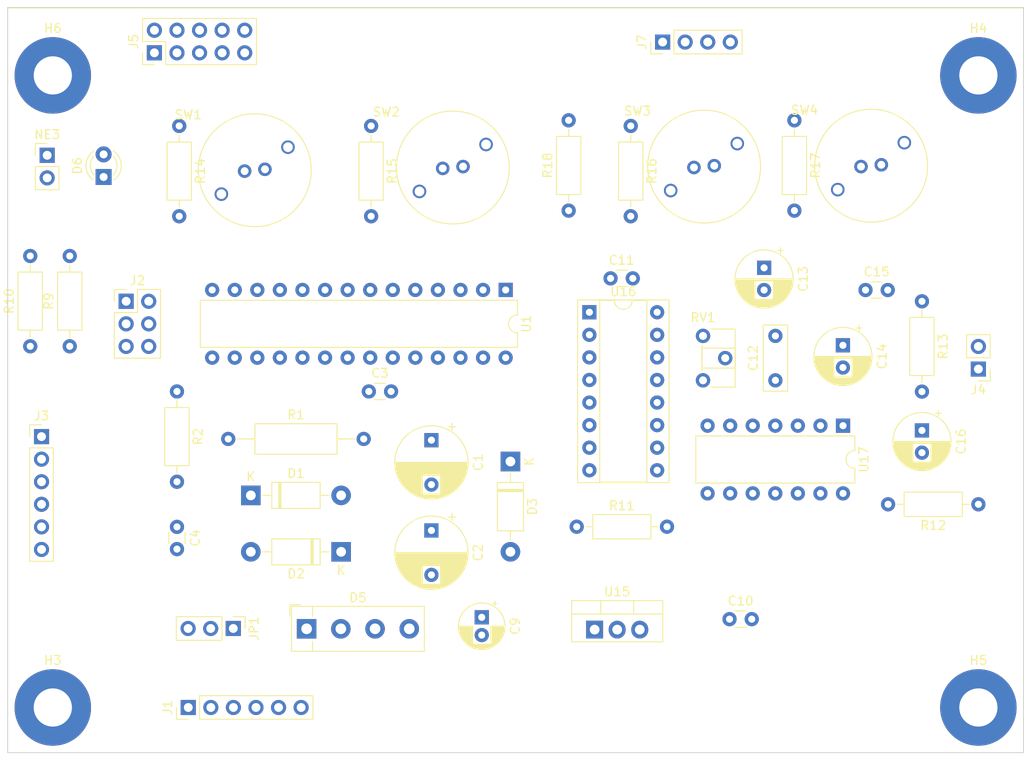
<source format=kicad_pcb>
(kicad_pcb (version 20211014) (generator pcbnew)
  (layers (0 "F.Cu" signal) (31 "B.Cu" signal) (34 "B.Paste" user) (35 "F.Paste" user) (36 "B.SilkS" user "B.Silkscreen") (37 "F.SilkS" user "F.Silkscreen") (38 "B.Mask" user) (39 "F.Mask" user) (44 "Edge.Cuts" user))
  (net 0 "")
  (net 1 "/180V")
  (net 2 "/ISO-ACN")
  (net 3 "GND")
  (net 4 "VCC")
  (net 5 "/nRST")
  (net 6 "+12V")
  (net 7 "Net-(C12-Pad1)")
  (net 8 "Net-(C12-Pad2)")
  (net 9 "Net-(C13-Pad1)")
  (net 10 "Net-(C15-Pad2)")
  (net 11 "Net-(C16-Pad1)")
  (net 12 "Net-(C16-Pad2)")
  (net 13 "Net-(D1-Pad2)")
  (net 14 "Net-(D5-Pad2)")
  (net 15 "/12V-A")
  (net 16 "Net-(D6-Pad1)")
  (net 17 "/ISO-ACL")
  (net 18 "/12V-CT")
  (net 19 "/12V-B")
  (net 20 "/MISO")
  (net 21 "/SCK")
  (net 22 "/MOSI")
  (net 25 "/TXD")
  (net 26 "/RXD")
  (net 28 "Net-(NE3-Pad2)")
  (net 29 "/PSG_RDY")
  (net 30 "/SW1")
  (net 31 "/SW2")
  (net 32 "/SW3")
  (net 33 "/SW4")
  (net 34 "/SW_A")
  (net 35 "Net-(RV1-Pad1)")
  (net 36 "/PSG_nWE")
  (net 37 "/D0")
  (net 38 "/D1")
  (net 40 "/PSG_CLK")
  (net 42 "/D2")
  (net 43 "/D3")
  (net 44 "/D4")
  (net 45 "/D5")
  (net 46 "/D6")
  (net 47 "/D7")
  (net 50 "Net-(U1-Pad14)")
  (net 51 "Net-(U1-Pad15)")
  (net 52 "Net-(U1-Pad16)")
  (net 53 "Net-(U1-Pad5)")
  (footprint "Capacitor_THT:C_Disc_D3.0mm_W1.6mm_P2.50mm" (layer "F.Cu") (at 130.81 134.64)
    (fp_text reference "C15" (at 1.25 -2.05) (layer "F.SilkS"))
    (fp_text value "0.1uF")
    (pad "1" thru_hole circle (at 0 0) (size 1.6 1.6) (drill 0.8) (layers *.Cu *.Mask) (net 3 "GND"))
    (pad "2" thru_hole circle (at 2.5 0) (size 1.6 1.6) (drill 0.8) (layers *.Cu *.Mask) (net 10 "Net-(C15-Pad2)"))
  )
  (footprint "MountingHole:MountingHole_4.3mm_M4_Pad" (layer "F.Cu") (at 39.37 110.49)
    (fp_text reference "H6" (at 0 -5.3) (layer "F.SilkS"))
    (fp_text value "MountingHole")
    (pad "1" thru_hole circle (at 0 0) (size 8.6 8.6) (drill 4.3) (layers *.Cu *.Mask))
  )
  (footprint "Diode_THT:D_DO-41_SOD81_P10.16mm_Horizontal" (layer "F.Cu") (at 71.809 164.095 180)
    (fp_text reference "D2" (at 5.08 -2.47) (layer "F.SilkS"))
    (fp_text value "1N4007")
    (fp_text user "K" (at 0 -2.1) (layer "F.SilkS"))
    (pad "1" thru_hole rect (at 0 0 180) (size 2.2 2.2) (drill 1.1) (layers *.Cu *.Mask) (net 13 "Net-(D1-Pad2)"))
    (pad "2" thru_hole oval (at 10.16 0 180) (size 2.2 2.2) (drill 1.1) (layers *.Cu *.Mask) (net 3 "GND"))
  )
  (footprint "Capacitor_THT:CP_Radial_D8.0mm_P5.00mm" (layer "F.Cu") (at 81.969 151.532349 -90)
    (fp_text reference "C1" (at 2.5 -5.25 90) (layer "F.SilkS"))
    (fp_text value "3.3UF 250V")
    (pad "1" thru_hole rect (at 0 0 270) (size 1.6 1.6) (drill 0.8) (layers *.Cu *.Mask) (net 1 "/180V"))
    (pad "2" thru_hole circle (at 5 0 270) (size 1.6 1.6) (drill 0.8) (layers *.Cu *.Mask) (net 2 "/ISO-ACN"))
  )
  (footprint "Connector_PinHeader_2.54mm:PinHeader_2x03_P2.54mm_Vertical" (layer "F.Cu") (at 47.62 135.905)
    (fp_text reference "J2" (at 1.27 -2.33) (layer "F.SilkS"))
    (fp_text value "Conn_02x03_Odd_Even")
    (pad "1" thru_hole rect (at 0 0) (size 1.7 1.7) (drill 1) (layers *.Cu *.Mask) (net 20 "/MISO"))
    (pad "2" thru_hole oval (at 2.54 0) (size 1.7 1.7) (drill 1) (layers *.Cu *.Mask) (net 4 "VCC"))
    (pad "3" thru_hole oval (at 0 2.54) (size 1.7 1.7) (drill 1) (layers *.Cu *.Mask) (net 21 "/SCK"))
    (pad "4" thru_hole oval (at 2.54 2.54) (size 1.7 1.7) (drill 1) (layers *.Cu *.Mask) (net 22 "/MOSI"))
    (pad "5" thru_hole oval (at 0 5.08) (size 1.7 1.7) (drill 1) (layers *.Cu *.Mask) (net 5 "/nRST"))
    (pad "6" thru_hole oval (at 2.54 5.08) (size 1.7 1.7) (drill 1) (layers *.Cu *.Mask) (net 3 "GND"))
  )
  (footprint "Connector_PinHeader_2.54mm:PinHeader_1x06_P2.54mm_Vertical" (layer "F.Cu") (at 54.61 181.61 90)
    (fp_text reference "J1" (at 0 -2.33 90) (layer "F.SilkS"))
    (fp_text value "Conn_01x06")
    (pad "1" thru_hole rect (at 0 0 90) (size 1.7 1.7) (drill 1) (layers *.Cu *.Mask) (net 17 "/ISO-ACL"))
    (pad "2" thru_hole oval (at 0 2.54 90) (size 1.7 1.7) (drill 1) (layers *.Cu *.Mask) (net 2 "/ISO-ACN"))
    (pad "3" thru_hole oval (at 0 5.08 90) (size 1.7 1.7) (drill 1) (layers *.Cu *.Mask) (net 15 "/12V-A"))
    (pad "4" thru_hole oval (at 0 7.62 90) (size 1.7 1.7) (drill 1) (layers *.Cu *.Mask) (net 18 "/12V-CT"))
    (pad "5" thru_hole oval (at 0 10.16 90) (size 1.7 1.7) (drill 1) (layers *.Cu *.Mask) (net 19 "/12V-B"))
    (pad "6" thru_hole oval (at 0 12.7 90) (size 1.7 1.7) (drill 1) (layers *.Cu *.Mask) (net 3 "GND"))
  )
  (footprint "Resistor_THT:R_Axial_DIN0207_L6.3mm_D2.5mm_P10.16mm_Horizontal" (layer "F.Cu") (at 75.184 116.1796 -90)
    (fp_text reference "R15" (at 5.08 -2.37 -270) (layer "F.SilkS"))
    (fp_text value "2k")
    (pad "1" thru_hole circle (at 0 0 270) (size 1.6 1.6) (drill 0.8) (layers *.Cu *.Mask) (net 4 "VCC"))
    (pad "2" thru_hole oval (at 10.16 0 270) (size 1.6 1.6) (drill 0.8) (layers *.Cu *.Mask) (net 31 "/SW2"))
  )
  (footprint "Potentiometer_THT:Potentiometer_ACP_CA6-H2,5_Horizontal" (layer "F.Cu") (at 112.525 139.8)
    (fp_text reference "RV1" (at 0 -2.06) (layer "F.SilkS"))
    (fp_text value "10k")
    (pad "1" thru_hole circle (at 0 0) (size 1.62 1.62) (drill 0.9) (layers *.Cu *.Mask) (net 35 "Net-(RV1-Pad1)"))
    (pad "2" thru_hole circle (at 2.5 2.5) (size 1.62 1.62) (drill 0.9) (layers *.Cu *.Mask) (net 7 "Net-(C12-Pad1)"))
    (pad "3" thru_hole circle (at 0 5) (size 1.62 1.62) (drill 0.9) (layers *.Cu *.Mask) (net 3 "GND"))
  )
  (footprint "Resistor_THT:R_Axial_DIN0207_L6.3mm_D2.5mm_P10.16mm_Horizontal" (layer "F.Cu") (at 53.34 146.05 -90)
    (fp_text reference "R2" (at 5.08 -2.37 90) (layer "F.SilkS"))
    (fp_text value "10k 1W")
    (pad "1" thru_hole circle (at 0 0 270) (size 1.6 1.6) (drill 0.8) (layers *.Cu *.Mask) (net 5 "/nRST"))
    (pad "2" thru_hole oval (at 10.16 0 270) (size 1.6 1.6) (drill 0.8) (layers *.Cu *.Mask) (net 4 "VCC"))
  )
  (footprint "Capacitor_THT:CP_Radial_D6.3mm_P2.50mm" (layer "F.Cu") (at 128.27 140.86 -90)
    (fp_text reference "C14" (at 1.25 -4.4 90) (layer "F.SilkS"))
    (fp_text value "220uF 25V")
    (pad "1" thru_hole rect (at 0 0 270) (size 1.6 1.6) (drill 0.8) (layers *.Cu *.Mask) (net 6 "+12V"))
    (pad "2" thru_hole circle (at 2.5 0 270) (size 1.6 1.6) (drill 0.8) (layers *.Cu *.Mask) (net 3 "GND"))
  )
  (footprint "MountingHole:MountingHole_4.3mm_M4_Pad" (layer "F.Cu") (at 143.51 181.61)
    (fp_text reference "H5" (at 0 -5.3) (layer "F.SilkS"))
    (fp_text value "MountingHole")
    (pad "1" thru_hole circle (at 0 0) (size 8.6 8.6) (drill 4.3) (layers *.Cu *.Mask))
  )
  (footprint "Connector_PinHeader_2.54mm:PinHeader_1x04_P2.54mm_Vertical" (layer "F.Cu") (at 107.98 106.74 90)
    (fp_text reference "J7" (at 0 -2.33 90) (layer "F.SilkS"))
    (fp_text value "Conn_01x04")
    (pad "1" thru_hole rect (at 0 0 90) (size 1.7 1.7) (drill 1) (layers *.Cu *.Mask) (net 1 "/180V"))
    (pad "2" thru_hole oval (at 0 2.54 90) (size 1.7 1.7) (drill 1) (layers *.Cu *.Mask))
    (pad "3" thru_hole oval (at 0 5.08 90) (size 1.7 1.7) (drill 1) (layers *.Cu *.Mask))
    (pad "4" thru_hole oval (at 0 7.62 90) (size 1.7 1.7) (drill 1) (layers *.Cu *.Mask) (net 3 "GND"))
  )
  (footprint "MountingHole:MountingHole_4.3mm_M4_Pad" (layer "F.Cu") (at 143.51 110.49)
    (fp_text reference "H4" (at 0 -5.3) (layer "F.SilkS"))
    (fp_text value "MountingHole")
    (pad "1" thru_hole circle (at 0 0) (size 8.6 8.6) (drill 4.3) (layers *.Cu *.Mask))
  )
  (footprint "my-rubber-button:ck-switch-k12c" (layer "F.Cu") (at 83.24 120.9548)
    (fp_text reference "SW2" (at -6.35 -6.35 unlocked) (layer "F.SilkS"))
    (fp_text value "SW_Push")
    (pad "1" thru_hole circle (at 0 0) (size 1.524 1.524) (drill 0.889) (layers *.Cu *.Mask) (net 31 "/SW2"))
    (pad "2" thru_hole circle (at 2.286 -0.2032) (size 1.524 1.524) (drill 0.889) (layers *.Cu *.Mask) (net 34 "/SW_A"))
    (pad "3" thru_hole circle (at -2.6162 2.5908) (size 1.524 1.524) (drill 1.0922) (layers *.Cu *.Mask))
    (pad "4" thru_hole circle (at 4.8768 -2.6924) (size 1.524 1.524) (drill 1.0922) (layers *.Cu *.Mask))
  )
  (footprint "Connector_PinHeader_2.54mm:PinHeader_1x06_P2.54mm_Vertical" (layer "F.Cu") (at 38.1 151.13)
    (fp_text reference "J3" (at 0 -2.33) (layer "F.SilkS"))
    (fp_text value "Conn_01x06")
    (pad "1" thru_hole rect (at 0 0) (size 1.7 1.7) (drill 1) (layers *.Cu *.Mask))
    (pad "2" thru_hole oval (at 0 2.54) (size 1.7 1.7) (drill 1) (layers *.Cu *.Mask))
    (pad "3" thru_hole oval (at 0 5.08) (size 1.7 1.7) (drill 1) (layers *.Cu *.Mask) (net 25 "/TXD"))
    (pad "4" thru_hole oval (at 0 7.62) (size 1.7 1.7) (drill 1) (layers *.Cu *.Mask) (net 26 "/RXD"))
    (pad "5" thru_hole oval (at 0 10.16) (size 1.7 1.7) (drill 1) (layers *.Cu *.Mask) (net 3 "GND"))
    (pad "6" thru_hole oval (at 0 12.7) (size 1.7 1.7) (drill 1) (layers *.Cu *.Mask))
  )
  (footprint "LED_THT:LED_D3.0mm" (layer "F.Cu") (at 45.085 121.92 90)
    (fp_text reference "D6" (at 1.27 -2.96 90) (layer "F.SilkS"))
    (fp_text value "LED")
    (pad "1" thru_hole rect (at 0 0 90) (size 1.8 1.8) (drill 0.9) (layers *.Cu *.Mask) (net 16 "Net-(D6-Pad1)"))
    (pad "2" thru_hole circle (at 2.54 0 90) (size 1.8 1.8) (drill 0.9) (layers *.Cu *.Mask) (net 4 "VCC"))
  )
  (footprint "Capacitor_THT:C_Disc_D3.0mm_W1.6mm_P2.50mm" (layer "F.Cu") (at 115.51 171.67)
    (fp_text reference "C10" (at 1.25 -2.05) (layer "F.SilkS"))
    (fp_text value "0.1uF")
    (pad "1" thru_hole circle (at 0 0) (size 1.6 1.6) (drill 0.8) (layers *.Cu *.Mask) (net 4 "VCC"))
    (pad "2" thru_hole circle (at 2.5 0) (size 1.6 1.6) (drill 0.8) (layers *.Cu *.Mask) (net 3 "GND"))
  )
  (footprint "Capacitor_THT:CP_Radial_D6.3mm_P2.50mm" (layer "F.Cu") (at 137.16 150.44 -90)
    (fp_text reference "C16" (at 1.25 -4.4 90) (layer "F.SilkS"))
    (fp_text value "220uF 25V")
    (pad "1" thru_hole rect (at 0 0 270) (size 1.6 1.6) (drill 0.8) (layers *.Cu *.Mask) (net 11 "Net-(C16-Pad1)"))
    (pad "2" thru_hole circle (at 2.5 0 270) (size 1.6 1.6) (drill 0.8) (layers *.Cu *.Mask) (net 12 "Net-(C16-Pad2)"))
  )
  (footprint "Capacitor_THT:CP_Radial_D6.3mm_P2.50mm" (layer "F.Cu") (at 119.4 132.14 -90)
    (fp_text reference "C13" (at 1.25 -4.4 90) (layer "F.SilkS"))
    (fp_text value "220uF 25V")
    (pad "1" thru_hole rect (at 0 0 270) (size 1.6 1.6) (drill 0.8) (layers *.Cu *.Mask) (net 9 "Net-(C13-Pad1)"))
    (pad "2" thru_hole circle (at 2.5 0 270) (size 1.6 1.6) (drill 0.8) (layers *.Cu *.Mask) (net 3 "GND"))
  )
  (footprint "Resistor_THT:R_Axial_DIN0207_L6.3mm_D2.5mm_P10.16mm_Horizontal" (layer "F.Cu") (at 41.275 140.97 90)
    (fp_text reference "R9" (at 5.08 -2.37 90) (layer "F.SilkS"))
    (fp_text value "1k")
    (pad "1" thru_hole circle (at 0 0 90) (size 1.6 1.6) (drill 0.8) (layers *.Cu *.Mask) (net 3 "GND"))
    (pad "2" thru_hole oval (at 10.16 0 90) (size 1.6 1.6) (drill 0.8) (layers *.Cu *.Mask) (net 16 "Net-(D6-Pad1)"))
  )
  (footprint "Connector_PinHeader_2.54mm:PinHeader_1x02_P2.54mm_Vertical" (layer "F.Cu") (at 38.735 119.48)
    (fp_text reference "NE3" (at 0 -2.33) (layer "F.SilkS"))
    (fp_text value "Lamp_Neon")
    (pad "1" thru_hole rect (at 0 0) (size 1.7 1.7) (drill 1) (layers *.Cu *.Mask) (net 3 "GND"))
    (pad "2" thru_hole oval (at 0 2.54) (size 1.7 1.7) (drill 1) (layers *.Cu *.Mask) (net 28 "Net-(NE3-Pad2)"))
  )
  (footprint "Resistor_THT:R_Axial_DIN0207_L6.3mm_D2.5mm_P10.16mm_Horizontal" (layer "F.Cu") (at 97.409 125.7046 90)
    (fp_text reference "R18" (at 5.08 -2.37 90) (layer "F.SilkS"))
    (fp_text value "8k")
    (pad "1" thru_hole circle (at 0 0 90) (size 1.6 1.6) (drill 0.8) (layers *.Cu *.Mask) (net 3 "GND"))
    (pad "2" thru_hole oval (at 10.16 0 90) (size 1.6 1.6) (drill 0.8) (layers *.Cu *.Mask) (net 34 "/SW_A"))
  )
  (footprint "Connector_PinHeader_2.54mm:PinHeader_2x05_P2.54mm_Vertical" (layer "F.Cu") (at 50.8 107.95 90)
    (fp_text reference "J5" (at 1.27 -2.33 90) (layer "F.SilkS"))
    (fp_text value "Conn_01x10")
    (pad "1" thru_hole rect (at 0 0 90) (size 1.7 1.7) (drill 1) (layers *.Cu *.Mask) (net 50 "Net-(U1-Pad14)"))
    (pad "2" thru_hole oval (at 2.54 0 90) (size 1.7 1.7) (drill 1) (layers *.Cu *.Mask) (net 51 "Net-(U1-Pad15)"))
    (pad "3" thru_hole oval (at 0 2.54 90) (size 1.7 1.7) (drill 1) (layers *.Cu *.Mask) (net 52 "Net-(U1-Pad16)"))
    (pad "4" thru_hole oval (at 2.54 2.54 90) (size 1.7 1.7) (drill 1) (layers *.Cu *.Mask) (net 53 "Net-(U1-Pad5)"))
    (pad "5" thru_hole oval (at 0 5.08 90) (size 1.7 1.7) (drill 1) (layers *.Cu *.Mask))
    (pad "6" thru_hole oval (at 2.54 5.08 90) (size 1.7 1.7) (drill 1) (layers *.Cu *.Mask))
    (pad "7" thru_hole oval (at 0 7.62 90) (size 1.7 1.7) (drill 1) (layers *.Cu *.Mask) (net 4 "VCC"))
    (pad "8" thru_hole oval (at 2.54 7.62 90) (size 1.7 1.7) (drill 1) (layers *.Cu *.Mask) (net 4 "VCC"))
    (pad "9" thru_hole oval (at 0 10.16 90) (size 1.7 1.7) (drill 1) (layers *.Cu *.Mask) (net 3 "GND"))
    (pad "10" thru_hole oval (at 2.54 10.16 90) (size 1.7 1.7) (drill 1) (layers *.Cu *.Mask) (net 3 "GND"))
  )
  (footprint "Resistor_THT:R_Axial_DIN0207_L6.3mm_D2.5mm_P10.16mm_Horizontal" (layer "F.Cu") (at 53.594 116.1796 -90)
    (fp_text reference "R14" (at 5.08 -2.37 -270) (layer "F.SilkS"))
    (fp_text value "1k")
    (pad "1" thru_hole circle (at 0 0 270) (size 1.6 1.6) (drill 0.8) (layers *.Cu *.Mask) (net 4 "VCC"))
    (pad "2" thru_hole oval (at 10.16 0 270) (size 1.6 1.6) (drill 0.8) (layers *.Cu *.Mask) (net 30 "/SW1"))
  )
  (footprint "Capacitor_THT:C_Rect_L7.2mm_W2.5mm_P5.00mm_FKS2_FKP2_MKS2_MKP2" (layer "F.Cu") (at 120.67 144.8 90)
    (fp_text reference "C12" (at 2.5 -2.5 90) (layer "F.SilkS"))
    (fp_text value "1uF")
    (pad "1" thru_hole circle (at 0 0 90) (size 1.6 1.6) (drill 0.8) (layers *.Cu *.Mask) (net 7 "Net-(C12-Pad1)"))
    (pad "2" thru_hole circle (at 5 0 90) (size 1.6 1.6) (drill 0.8) (layers *.Cu *.Mask) (net 8 "Net-(C12-Pad2)"))
  )
  (footprint "Capacitor_THT:C_Disc_D3.0mm_W1.6mm_P2.50mm" (layer "F.Cu") (at 102.125 133.33)
    (fp_text reference "C11" (at 1.25 -2.05) (layer "F.SilkS"))
    (fp_text value "0.1uF")
    (pad "1" thru_hole circle (at 0 0) (size 1.6 1.6) (drill 0.8) (layers *.Cu *.Mask) (net 4 "VCC"))
    (pad "2" thru_hole circle (at 2.5 0) (size 1.6 1.6) (drill 0.8) (layers *.Cu *.Mask) (net 3 "GND"))
  )
  (footprint "Resistor_THT:R_Axial_DIN0207_L6.3mm_D2.5mm_P10.16mm_Horizontal" (layer "F.Cu") (at 98.315 161.27)
    (fp_text reference "R11" (at 5.08 -2.37) (layer "F.SilkS"))
    (fp_text value "8k")
    (pad "1" thru_hole circle (at 0 0) (size 1.6 1.6) (drill 0.8) (layers *.Cu *.Mask) (net 29 "/PSG_RDY"))
    (pad "2" thru_hole oval (at 10.16 0) (size 1.6 1.6) (drill 0.8) (layers *.Cu *.Mask) (net 4 "VCC"))
  )
  (footprint "Package_TO_SOT_THT:TO-220-3_Vertical" (layer "F.Cu") (at 100.33 172.85)
    (fp_text reference "U15" (at 2.54 -4.27) (layer "F.SilkS"))
    (fp_text value "LM7805_TO220")
    (pad "1" thru_hole rect (at 0 0) (size 1.905 2) (drill 1.1) (layers *.Cu *.Mask) (net 6 "+12V"))
    (pad "2" thru_hole oval (at 2.54 0) (size 1.905 2) (drill 1.1) (layers *.Cu *.Mask) (net 3 "GND"))
    (pad "3" thru_hole oval (at 5.08 0) (size 1.905 2) (drill 1.1) (layers *.Cu *.Mask) (net 4 "VCC"))
  )
  (footprint "Package_DIP:DIP-14_W7.62mm" (layer "F.Cu") (at 128.28 149.9 -90)
    (fp_text reference "U17" (at 3.81 -2.33 90) (layer "F.SilkS"))
    (fp_text value "LM380N")
    (pad "1" thru_hole rect (at 0 0 270) (size 1.6 1.6) (drill 0.8) (layers *.Cu *.Mask) (net 9 "Net-(C13-Pad1)"))
    (pad "2" thru_hole oval (at 0 2.54 270) (size 1.6 1.6) (drill 0.8) (layers *.Cu *.Mask) (net 8 "Net-(C12-Pad2)"))
    (pad "3" thru_hole oval (at 0 5.08 270) (size 1.6 1.6) (drill 0.8) (layers *.Cu *.Mask) (net 3 "GND"))
    (pad "4" thru_hole oval (at 0 7.62 270) (size 1.6 1.6) (drill 0.8) (layers *.Cu *.Mask) (net 3 "GND"))
    (pad "5" thru_hole oval (at 0 10.16 270) (size 1.6 1.6) (drill 0.8) (layers *.Cu *.Mask) (net 3 "GND"))
    (pad "6" thru_hole oval (at 0 12.7 270) (size 1.6 1.6) (drill 0.8) (layers *.Cu *.Mask) (net 3 "GND"))
    (pad "7" thru_hole oval (at 0 15.24 270) (size 1.6 1.6) (drill 0.8) (layers *.Cu *.Mask) (net 3 "GND"))
    (pad "8" thru_hole oval (at 7.62 15.24 270) (size 1.6 1.6) (drill 0.8) (layers *.Cu *.Mask) (net 11 "Net-(C16-Pad1)"))
    (pad "9" thru_hole oval (at 7.62 12.7 270) (size 1.6 1.6) (drill 0.8) (layers *.Cu *.Mask))
    (pad "10" thru_hole oval (at 7.62 10.16 270) (size 1.6 1.6) (drill 0.8) (layers *.Cu *.Mask) (net 3 "GND"))
    (pad "11" thru_hole oval (at 7.62 7.62 270) (size 1.6 1.6) (drill 0.8) (layers *.Cu *.Mask) (net 3 "GND"))
    (pad "12" thru_hole oval (at 7.62 5.08 270) (size 1.6 1.6) (drill 0.8) (layers *.Cu *.Mask) (net 3 "GND"))
    (pad "13" thru_hole oval (at 7.62 2.54 270) (size 1.6 1.6) (drill 0.8) (layers *.Cu *.Mask))
    (pad "14" thru_hole oval (at 7.62 0 270) (size 1.6 1.6) (drill 0.8) (layers *.Cu *.Mask) (net 6 "+12V"))
  )
  (footprint "Diode_THT:D_DO-41_SOD81_P10.16mm_Horizontal" (layer "F.Cu") (at 90.859 153.935 -90)
    (fp_text reference "D3" (at 5.08 -2.47 90) (layer "F.SilkS"))
    (fp_text value "180V Zener")
    (fp_text user "K" (at 0 -2.1 90) (layer "F.SilkS"))
    (pad "1" thru_hole rect (at 0 0 270) (size 2.2 2.2) (drill 1.1) (layers *.Cu *.Mask) (net 1 "/180V"))
    (pad "2" thru_hole oval (at 10.16 0 270) (size 2.2 2.2) (drill 1.1) (layers *.Cu *.Mask) (net 3 "GND"))
  )
  (footprint "Resistor_THT:R_Axial_DIN0309_L9.0mm_D3.2mm_P15.24mm_Horizontal" (layer "F.Cu") (at 59.109 151.395)
    (fp_text reference "R1" (at 7.62 -2.72) (layer "F.SilkS"))
    (fp_text value "220 2W")
    (pad "1" thru_hole circle (at 0 0) (size 1.6 1.6) (drill 0.8) (layers *.Cu *.Mask) (net 17 "/ISO-ACL"))
    (pad "2" thru_hole oval (at 15.24 0) (size 1.6 1.6) (drill 0.8) (layers *.Cu *.Mask) (net 13 "Net-(D1-Pad2)"))
  )
  (footprint "Connector_PinHeader_2.54mm:PinHeader_1x02_P2.54mm_Vertical" (layer "F.Cu") (at 143.51 143.53 180)
    (fp_text reference "J4" (at 0 -2.33) (layer "F.SilkS"))
    (fp_text value "Conn_01x02")
    (pad "1" thru_hole rect (at 0 0 180) (size 1.7 1.7) (drill 1) (layers *.Cu *.Mask) (net 12 "Net-(C16-Pad2)"))
    (pad "2" thru_hole oval (at 0 2.54 180) (size 1.7 1.7) (drill 1) (layers *.Cu *.Mask) (net 3 "GND"))
  )
  (footprint "Connector_PinHeader_2.54mm:PinHeader_1x03_P2.54mm_Vertical" (layer "F.Cu") (at 59.675 172.72 -90)
    (fp_text reference "JP1" (at 0 -2.33 -270) (layer "F.SilkS"))
    (fp_text value "JPR3")
    (pad "1" thru_hole rect (at 0 0 270) (size 1.7 1.7) (drill 1) (layers *.Cu *.Mask) (net 19 "/12V-B"))
    (pad "2" thru_hole oval (at 0 2.54 270) (size 1.7 1.7) (drill 1) (layers *.Cu *.Mask) (net 14 "Net-(D5-Pad2)"))
    (pad "3" thru_hole oval (at 0 5.08 270) (size 1.7 1.7) (drill 1) (layers *.Cu *.Mask) (net 18 "/12V-CT"))
  )
  (footprint "Package_DIP:DIP-16_W7.62mm_Socket" (layer "F.Cu") (at 99.744 137.14)
    (fp_text reference "U16" (at 3.81 -2.33) (layer "F.SilkS"))
    (fp_text value "SN76489")
    (pad "1" thru_hole rect (at 0 0) (size 1.6 1.6) (drill 0.8) (layers *.Cu *.Mask) (net 42 "/D2"))
    (pad "2" thru_hole oval (at 0 2.54) (size 1.6 1.6) (drill 0.8) (layers *.Cu *.Mask) (net 38 "/D1"))
    (pad "3" thru_hole oval (at 0 5.08) (size 1.6 1.6) (drill 0.8) (layers *.Cu *.Mask) (net 37 "/D0"))
    (pad "4" thru_hole oval (at 0 7.62) (size 1.6 1.6) (drill 0.8) (layers *.Cu *.Mask) (net 29 "/PSG_RDY"))
    (pad "5" thru_hole oval (at 0 10.16) (size 1.6 1.6) (drill 0.8) (layers *.Cu *.Mask) (net 36 "/PSG_nWE"))
    (pad "6" thru_hole oval (at 0 12.7) (size 1.6 1.6) (drill 0.8) (layers *.Cu *.Mask) (net 3 "GND"))
    (pad "7" thru_hole oval (at 0 15.24) (size 1.6 1.6) (drill 0.8) (layers *.Cu *.Mask) (net 35 "Net-(RV1-Pad1)"))
    (pad "8" thru_hole oval (at 0 17.78) (size 1.6 1.6) (drill 0.8) (layers *.Cu *.Mask) (net 3 "GND"))
    (pad "9" thru_hole oval (at 7.62 17.78) (size 1.6 1.6) (drill 0.8) (layers *.Cu *.Mask))
    (pad "10" thru_hole oval (at 7.62 15.24) (size 1.6 1.6) (drill 0.8) (layers *.Cu *.Mask) (net 47 "/D7"))
    (pad "11" thru_hole oval (at 7.62 12.7) (size 1.6 1.6) (drill 0.8) (layers *.Cu *.Mask) (net 46 "/D6"))
    (pad "12" thru_hole oval (at 7.62 10.16) (size 1.6 1.6) (drill 0.8) (layers *.Cu *.Mask) (net 45 "/D5"))
    (pad "13" thru_hole oval (at 7.62 7.62) (size 1.6 1.6) (drill 0.8) (layers *.Cu *.Mask) (net 44 "/D4"))
    (pad "14" thru_hole oval (at 7.62 5.08) (size 1.6 1.6) (drill 0.8) (layers *.Cu *.Mask) (net 40 "/PSG_CLK"))
    (pad "15" thru_hole oval (at 7.62 2.54) (size 1.6 1.6) (drill 0.8) (layers *.Cu *.Mask) (net 43 "/D3"))
    (pad "16" thru_hole oval (at 7.62 0) (size 1.6 1.6) (drill 0.8) (layers *.Cu *.Mask) (net 4 "VCC"))
  )
  (footprint "Capacitor_THT:CP_Radial_D5.0mm_P2.00mm" (layer "F.Cu") (at 87.63 171.464225 -90)
    (fp_text reference "C9" (at 1 -3.75 90) (layer "F.SilkS"))
    (fp_text value "10uF 25V")
    (pad "1" thru_hole rect (at 0 0 270) (size 1.6 1.6) (drill 0.8) (layers *.Cu *.Mask) (net 6 "+12V"))
    (pad "2" thru_hole circle (at 2 0 270) (size 1.6 1.6) (drill 0.8) (layers *.Cu *.Mask) (net 3 "GND"))
  )
  (footprint "Resistor_THT:R_Axial_DIN0207_L6.3mm_D2.5mm_P10.16mm_Horizontal" (layer "F.Cu") (at 143.51 158.75 180)
    (fp_text reference "R12" (at 5.08 -2.37) (layer "F.SilkS"))
    (fp_text value "10R")
    (pad "1" thru_hole circle (at 0 0 180) (size 1.6 1.6) (drill 0.8) (layers *.Cu *.Mask) (net 10 "Net-(C15-Pad2)"))
    (pad "2" thru_hole oval (at 10.16 0 180) (size 1.6 1.6) (drill 0.8) (layers *.Cu *.Mask) (net 11 "Net-(C16-Pad1)"))
  )
  (footprint "Resistor_THT:R_Axial_DIN0207_L6.3mm_D2.5mm_P10.16mm_Horizontal" (layer "F.Cu") (at 104.394 116.1796 -90)
    (fp_text reference "R16" (at 5.08 -2.37 -270) (layer "F.SilkS"))
    (fp_text value "4k")
    (pad "1" thru_hole circle (at 0 0 270) (size 1.6 1.6) (drill 0.8) (layers *.Cu *.Mask) (net 4 "VCC"))
    (pad "2" thru_hole oval (at 10.16 0 270) (size 1.6 1.6) (drill 0.8) (layers *.Cu *.Mask) (net 32 "/SW3"))
  )
  (footprint "my-rubber-button:ck-switch-k12c" (layer "F.Cu") (at 60.951 121.2596)
    (fp_text reference "SW1" (at -6.35 -6.35 unlocked) (layer "F.SilkS"))
    (fp_text value "SW_Push")
    (pad "1" thru_hole circle (at 0 0) (size 1.524 1.524) (drill 0.889) (layers *.Cu *.Mask) (net 30 "/SW1"))
    (pad "2" thru_hole circle (at 2.286 -0.2032) (size 1.524 1.524) (drill 0.889) (layers *.Cu *.Mask) (net 34 "/SW_A"))
    (pad "3" thru_hole circle (at -2.6162 2.5908) (size 1.524 1.524) (drill 1.0922) (layers *.Cu *.Mask))
    (pad "4" thru_hole circle (at 4.8768 -2.6924) (size 1.524 1.524) (drill 1.0922) (layers *.Cu *.Mask))
  )
  (footprint "my-rubber-button:ck-switch-k12c" (layer "F.Cu") (at 111.506 120.8532)
    (fp_text reference "SW3" (at -6.35 -6.35 unlocked) (layer "F.SilkS"))
    (fp_text value "SW_Push")
    (pad "1" thru_hole circle (at 0 0) (size 1.524 1.524) (drill 0.889) (layers *.Cu *.Mask) (net 32 "/SW3"))
    (pad "2" thru_hole circle (at 2.286 -0.2032) (size 1.524 1.524) (drill 0.889) (layers *.Cu *.Mask) (net 34 "/SW_A"))
    (pad "3" thru_hole circle (at -2.6162 2.5908) (size 1.524 1.524) (drill 1.0922) (layers *.Cu *.Mask))
    (pad "4" thru_hole circle (at 4.8768 -2.6924) (size 1.524 1.524) (drill 1.0922) (layers *.Cu *.Mask))
  )
  (footprint "Resistor_THT:R_Axial_DIN0207_L6.3mm_D2.5mm_P10.16mm_Horizontal" (layer "F.Cu") (at 122.809 115.5446 -90)
    (fp_text reference "R17" (at 5.08 -2.37 -270) (layer "F.SilkS"))
    (fp_text value "8k")
    (pad "1" thru_hole circle (at 0 0 270) (size 1.6 1.6) (drill 0.8) (layers *.Cu *.Mask) (net 4 "VCC"))
    (pad "2" thru_hole oval (at 10.16 0 270) (size 1.6 1.6) (drill 0.8) (layers *.Cu *.Mask) (net 33 "/SW4"))
  )
  (footprint "Resistor_THT:R_Axial_DIN0207_L6.3mm_D2.5mm_P10.16mm_Horizontal" (layer "F.Cu") (at 36.83 140.97 90)
    (fp_text reference "R10" (at 5.08 -2.37 90) (layer "F.SilkS"))
    (fp_text value "180k")
    (pad "1" thru_hole circle (at 0 0 90) (size 1.6 1.6) (drill 0.8) (layers *.Cu *.Mask) (net 1 "/180V"))
    (pad "2" thru_hole oval (at 10.16 0 90) (size 1.6 1.6) (drill 0.8) (layers *.Cu *.Mask) (net 28 "Net-(NE3-Pad2)"))
  )
  (footprint "Resistor_THT:R_Axial_DIN0207_L6.3mm_D2.5mm_P10.16mm_Horizontal" (layer "F.Cu") (at 137.16 135.91 -90)
    (fp_text reference "R13" (at 5.08 -2.37 90) (layer "F.SilkS"))
    (fp_text value "1k")
    (pad "1" thru_hole circle (at 0 0 270) (size 1.6 1.6) (drill 0.8) (layers *.Cu *.Mask) (net 3 "GND"))
    (pad "2" thru_hole oval (at 10.16 0 270) (size 1.6 1.6) (drill 0.8) (layers *.Cu *.Mask) (net 12 "Net-(C16-Pad2)"))
  )
  (footprint "my-rubber-button:ck-switch-k12c" (layer "F.Cu") (at 130.302 120.7516)
    (fp_text reference "SW4" (at -6.35 -6.35 unlocked) (layer "F.SilkS"))
    (fp_text value "SW_Push")
    (pad "1" thru_hole circle (at 0 0) (size 1.524 1.524) (drill 0.889) (layers *.Cu *.Mask) (net 33 "/SW4"))
    (pad "2" thru_hole circle (at 2.286 -0.2032) (size 1.524 1.524) (drill 0.889) (layers *.Cu *.Mask) (net 34 "/SW_A"))
    (pad "3" thru_hole circle (at -2.6162 2.5908) (size 1.524 1.524) (drill 1.0922) (layers *.Cu *.Mask))
    (pad "4" thru_hole circle (at 4.8768 -2.6924) (size 1.524 1.524) (drill 1.0922) (layers *.Cu *.Mask))
  )
  (footprint "Diode_THT:Diode_Bridge_Vishay_KBPM" (layer "F.Cu") (at 67.9275 172.7575)
    (fp_text reference "D5" (at 5.775 -3.5) (layer "F.SilkS"))
    (fp_text value "D_Bridge_+-AA")
    (pad "1" thru_hole rect (at 0 0) (size 2.2 2.2) (drill 1.2) (layers *.Cu *.Mask) (net 6 "+12V"))
    (pad "2" thru_hole circle (at 3.85 0) (size 2.2 2.2) (drill 1.2) (layers *.Cu *.Mask) (net 14 "Net-(D5-Pad2)"))
    (pad "3" thru_hole circle (at 7.7 0) (size 2.2 2.2) (drill 1.2) (layers *.Cu *.Mask) (net 15 "/12V-A"))
    (pad "4" thru_hole circle (at 11.55 0) (size 2.2 2.2) (drill 1.2) (layers *.Cu *.Mask) (net 3 "GND"))
  )
  (footprint "MountingHole:MountingHole_4.3mm_M4_Pad" (layer "F.Cu") (at 39.37 181.61)
    (fp_text reference "H3" (at 0 -5.3) (layer "F.SilkS"))
    (fp_text value "MountingHole")
    (pad "1" thru_hole circle (at 0 0) (size 8.6 8.6) (drill 4.3) (layers *.Cu *.Mask))
  )
  (footprint "Package_DIP:DIP-28_W7.62mm" (layer "F.Cu") (at 90.319 134.63 -90)
    (fp_text reference "U1" (at 3.81 -2.33 90) (layer "F.SilkS"))
    (fp_text value "ATmega168-20P")
    (pad "1" thru_hole rect (at 0 0 270) (size 1.6 1.6) (drill 0.8) (layers *.Cu *.Mask) (net 5 "/nRST"))
    (pad "2" thru_hole oval (at 0 2.54 270) (size 1.6 1.6) (drill 0.8) (layers *.Cu *.Mask) (net 26 "/RXD"))
    (pad "3" thru_hole oval (at 0 5.08 270) (size 1.6 1.6) (drill 0.8) (layers *.Cu *.Mask) (net 25 "/TXD"))
    (pad "4" thru_hole oval (at 0 7.62 270) (size 1.6 1.6) (drill 0.8) (layers *.Cu *.Mask) (net 36 "/PSG_nWE"))
    (pad "5" thru_hole oval (at 0 10.16 270) (size 1.6 1.6) (drill 0.8) (layers *.Cu *.Mask) (net 53 "Net-(U1-Pad5)"))
    (pad "6" thru_hole oval (at 0 12.7 270) (size 1.6 1.6) (drill 0.8) (layers *.Cu *.Mask) (net 29 "/PSG_RDY"))
    (pad "7" thru_hole oval (at 0 15.24 270) (size 1.6 1.6) (drill 0.8) (layers *.Cu *.Mask) (net 4 "VCC"))
    (pad "8" thru_hole oval (at 0 17.78 270) (size 1.6 1.6) (drill 0.8) (layers *.Cu *.Mask) (net 3 "GND"))
    (pad "9" thru_hole oval (at 0 20.32 270) (size 1.6 1.6) (drill 0.8) (layers *.Cu *.Mask) (net 37 "/D0"))
    (pad "10" thru_hole oval (at 0 22.86 270) (size 1.6 1.6) (drill 0.8) (layers *.Cu *.Mask) (net 38 "/D1"))
    (pad "11" thru_hole oval (at 0 25.4 270) (size 1.6 1.6) (drill 0.8) (layers *.Cu *.Mask))
    (pad "12" thru_hole oval (at 0 27.94 270) (size 1.6 1.6) (drill 0.8) (layers *.Cu *.Mask) (net 40 "/PSG_CLK"))
    (pad "13" thru_hole oval (at 0 30.48 270) (size 1.6 1.6) (drill 0.8) (layers *.Cu *.Mask) (net 34 "/SW_A"))
    (pad "14" thru_hole oval (at 0 33.02 270) (size 1.6 1.6) (drill 0.8) (layers *.Cu *.Mask) (net 50 "Net-(U1-Pad14)"))
    (pad "15" thru_hole oval (at 7.62 33.02 270) (size 1.6 1.6) (drill 0.8) (layers *.Cu *.Mask) (net 51 "Net-(U1-Pad15)"))
    (pad "16" thru_hole oval (at 7.62 30.48 270) (size 1.6 1.6) (drill 0.8) (layers *.Cu *.Mask) (net 52 "Net-(U1-Pad16)"))
    (pad "17" thru_hole oval (at 7.62 27.94 270) (size 1.6 1.6) (drill 0.8) (layers *.Cu *.Mask) (net 22 "/MOSI"))
    (pad "18" thru_hole oval (at 7.62 25.4 270) (size 1.6 1.6) (drill 0.8) (layers *.Cu *.Mask) (net 20 "/MISO"))
    (pad "19" thru_hole oval (at 7.62 22.86 270) (size 1.6 1.6) (drill 0.8) (layers *.Cu *.Mask) (net 21 "/SCK"))
    (pad "20" thru_hole oval (at 7.62 20.32 270) (size 1.6 1.6) (drill 0.8) (layers *.Cu *.Mask) (net 4 "VCC"))
    (pad "21" thru_hole oval (at 7.62 17.78 270) (size 1.6 1.6) (drill 0.8) (layers *.Cu *.Mask))
    (pad "22" thru_hole oval (at 7.62 15.24 270) (size 1.6 1.6) (drill 0.8) (layers *.Cu *.Mask) (net 3 "GND"))
    (pad "23" thru_hole oval (at 7.62 12.7 270) (size 1.6 1.6) (drill 0.8) (layers *.Cu *.Mask) (net 42 "/D2"))
    (pad "24" thru_hole oval (at 7.62 10.16 270) (size 1.6 1.6) (drill 0.8) (layers *.Cu *.Mask) (net 43 "/D3"))
    (pad "25" thru_hole oval (at 7.62 7.62 270) (size 1.6 1.6) (drill 0.8) (layers *.Cu *.Mask) (net 44 "/D4"))
    (pad "26" thru_hole oval (at 7.62 5.08 270) (size 1.6 1.6) (drill 0.8) (layers *.Cu *.Mask) (net 45 "/D5"))
    (pad "27" thru_hole oval (at 7.62 2.54 270) (size 1.6 1.6) (drill 0.8) (layers *.Cu *.Mask) (net 46 "/D6"))
    (pad "28" thru_hole oval (at 7.62 0 270) (size 1.6 1.6) (drill 0.8) (layers *.Cu *.Mask) (net 47 "/D7"))
  )
  (footprint "Capacitor_THT:C_Disc_D3.0mm_W1.6mm_P2.50mm" (layer "F.Cu") (at 53.34 161.29 -90)
    (fp_text reference "C4" (at 1.25 -2.05 90) (layer "F.SilkS"))
    (fp_text value "0.1uF")
    (pad "1" thru_hole circle (at 0 0 270) (size 1.6 1.6) (drill 0.8) (layers *.Cu *.Mask) (net 5 "/nRST"))
    (pad "2" thru_hole circle (at 2.5 0 270) (size 1.6 1.6) (drill 0.8) (layers *.Cu *.Mask) (net 3 "GND"))
  )
  (footprint "Diode_THT:D_DO-41_SOD81_P10.16mm_Horizontal" (layer "F.Cu") (at 61.649 157.745)
    (fp_text reference "D1" (at 5.08 -2.47) (layer "F.SilkS"))
    (fp_text value "1N4007")
    (fp_text user "K" (at 0 -2.1) (layer "F.SilkS"))
    (pad "1" thru_hole rect (at 0 0) (size 2.2 2.2) (drill 1.1) (layers *.Cu *.Mask) (net 1 "/180V"))
    (pad "2" thru_hole oval (at 10.16 0) (size 2.2 2.2) (drill 1.1) (layers *.Cu *.Mask) (net 13 "Net-(D1-Pad2)"))
  )
  (footprint "Capacitor_THT:C_Disc_D3.0mm_W1.6mm_P2.50mm" (layer "F.Cu") (at 74.93 146.05)
    (fp_text reference "C3" (at 1.25 -2.05) (layer "F.SilkS"))
    (fp_text value "0.1uF")
    (pad "1" thru_hole circle (at 0 0) (size 1.6 1.6) (drill 0.8) (layers *.Cu *.Mask) (net 4 "VCC"))
    (pad "2" thru_hole circle (at 2.5 0) (size 1.6 1.6) (drill 0.8) (layers *.Cu *.Mask) (net 3 "GND"))
  )
  (footprint "Capacitor_THT:CP_Radial_D8.0mm_P5.00mm" (layer "F.Cu") (at 81.969 161.692349 -90)
    (fp_text reference "C2" (at 2.5 -5.25 90) (layer "F.SilkS"))
    (fp_text value "3.3UF 250V")
    (pad "1" thru_hole rect (at 0 0 270) (size 1.6 1.6) (drill 0.8) (layers *.Cu *.Mask) (net 2 "/ISO-ACN"))
    (pad "2" thru_hole circle (at 5 0 270) (size 1.6 1.6) (drill 0.8) (layers *.Cu *.Mask) (net 3 "GND"))
  )
  (gr_line (start 34.29 102.87) (end 148.59 102.87) (layer "F.SilkS") (width 0.15))
  (gr_line (start 34.29 186.69) (end 148.59 186.69) (layer "Edge.Cuts") (width 0.1))
  (gr_line (start 34.29 102.87) (end 148.59 102.87) (layer "Edge.Cuts") (width 0.1))
  (gr_line (start 148.59 186.69) (end 148.59 102.87) (layer "Edge.Cuts") (width 0.1))
  (gr_line (start 34.29 102.87) (end 34.29 186.69) (layer "Edge.Cuts") (width 0.1))
)
</source>
